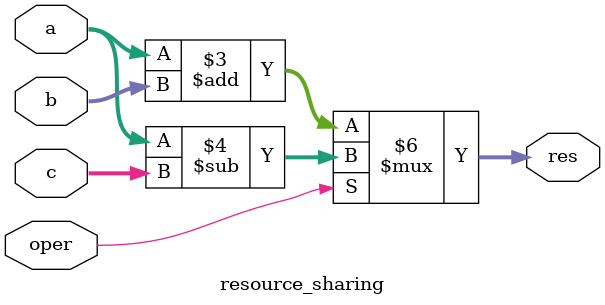
<source format=v>
`timescale 1ns / 1ps
module resource_sharing(a, b, c, oper, res);
	input        oper;
	input  [7:0] a;
	input  [7:0] b;
	input  [7:0] c;
	output [7:0] res;
	reg    [7:0] res;
	always @(a or b or c or oper)
	begin
	   if (oper == 1'b0)
	      res = a + b;
	   else
	      res = a - c;
	end
        endmodule

</source>
